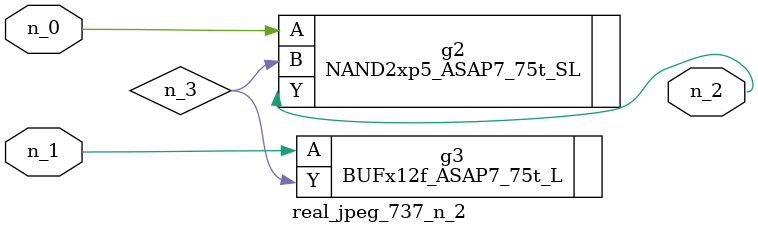
<source format=v>
module real_jpeg_737_n_2 (n_1, n_0, n_2);

input n_1;
input n_0;

output n_2;

wire n_3;

NAND2xp5_ASAP7_75t_SL g2 ( 
.A(n_0),
.B(n_3),
.Y(n_2)
);

BUFx12f_ASAP7_75t_L g3 ( 
.A(n_1),
.Y(n_3)
);


endmodule
</source>
